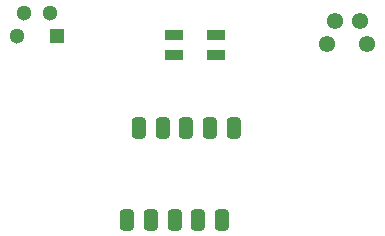
<source format=gbr>
%TF.GenerationSoftware,KiCad,Pcbnew,7.0.10*%
%TF.CreationDate,2024-12-20T17:15:43-05:00*%
%TF.ProjectId,accessory_peripheral,61636365-7373-46f7-9279-5f7065726970,rev?*%
%TF.SameCoordinates,Original*%
%TF.FileFunction,Soldermask,Top*%
%TF.FilePolarity,Negative*%
%FSLAX46Y46*%
G04 Gerber Fmt 4.6, Leading zero omitted, Abs format (unit mm)*
G04 Created by KiCad (PCBNEW 7.0.10) date 2024-12-20 17:15:43*
%MOMM*%
%LPD*%
G01*
G04 APERTURE LIST*
G04 Aperture macros list*
%AMRoundRect*
0 Rectangle with rounded corners*
0 $1 Rounding radius*
0 $2 $3 $4 $5 $6 $7 $8 $9 X,Y pos of 4 corners*
0 Add a 4 corners polygon primitive as box body*
4,1,4,$2,$3,$4,$5,$6,$7,$8,$9,$2,$3,0*
0 Add four circle primitives for the rounded corners*
1,1,$1+$1,$2,$3*
1,1,$1+$1,$4,$5*
1,1,$1+$1,$6,$7*
1,1,$1+$1,$8,$9*
0 Add four rect primitives between the rounded corners*
20,1,$1+$1,$2,$3,$4,$5,0*
20,1,$1+$1,$4,$5,$6,$7,0*
20,1,$1+$1,$6,$7,$8,$9,0*
20,1,$1+$1,$8,$9,$2,$3,0*%
G04 Aperture macros list end*
%ADD10R,1.600000X0.850000*%
%ADD11C,1.381000*%
%ADD12R,1.300000X1.300000*%
%ADD13C,1.300000*%
%ADD14RoundRect,0.300000X0.300000X-0.600000X0.300000X0.600000X-0.300000X0.600000X-0.300000X-0.600000X0*%
G04 APERTURE END LIST*
D10*
%TO.C,J4*%
X58448000Y-42305000D03*
X58448000Y-44055000D03*
X61948000Y-44055000D03*
X61948000Y-42305000D03*
%TD*%
D11*
%TO.C,J3*%
X71393000Y-43098000D03*
X72018000Y-41148000D03*
X74793000Y-43098000D03*
X74168000Y-41148000D03*
%TD*%
D12*
%TO.C,J2*%
X48514000Y-42418000D03*
D13*
X47889000Y-40468000D03*
X45114000Y-42418000D03*
X45739000Y-40468000D03*
%TD*%
D14*
%TO.C,J1*%
X54464300Y-57976600D03*
X56464300Y-57976600D03*
X58464300Y-57976600D03*
X60464300Y-57976600D03*
X62464300Y-57976600D03*
X55464300Y-50176600D03*
X57464300Y-50176600D03*
X59464300Y-50176600D03*
X61464300Y-50176600D03*
X63464300Y-50176600D03*
%TD*%
M02*

</source>
